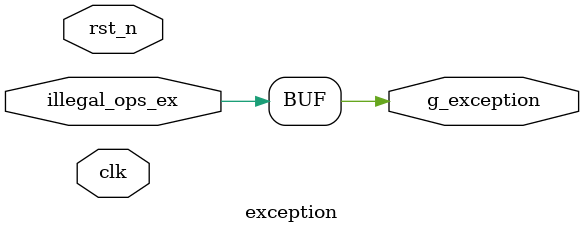
<source format=v>
/*
 * My RISC-V RV32I CPU
 *   CPU Interrupter
 *    Verilog code
 * @auther		Yoshiki Kurokawa <yoshiki.k963@gmail.com>
 * @copylight	2025 Yoshiki Kurokawa
 * @license		https://opensource.org/licenses/MIT     MIT license
 * @version		0.1
 */

module exception(
	input clk,
	input rst_n,
	// from external
	input illegal_ops_ex,
	// from csr
	output g_exception

	);

// currntly supporting just illegal operations
assign g_exception = illegal_ops_ex;
//assign g_exception = 1'b0;

endmodule

</source>
